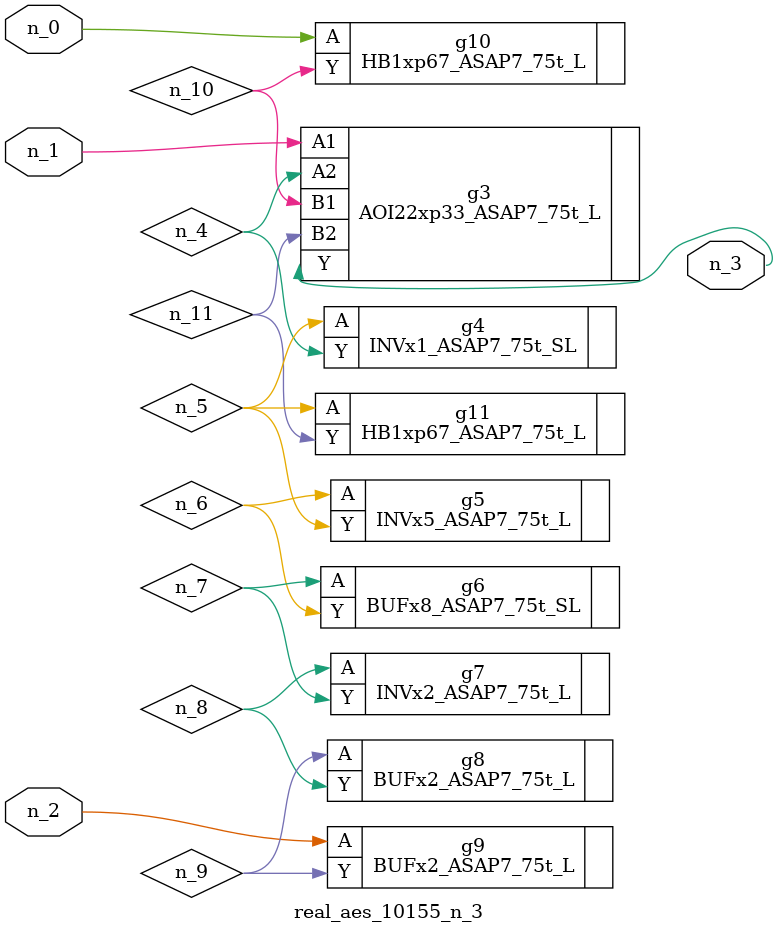
<source format=v>
module real_aes_10155_n_3 (n_0, n_2, n_1, n_3);
input n_0;
input n_2;
input n_1;
output n_3;
wire n_4;
wire n_5;
wire n_7;
wire n_8;
wire n_6;
wire n_9;
wire n_10;
wire n_11;
HB1xp67_ASAP7_75t_L g10 ( .A(n_0), .Y(n_10) );
AOI22xp33_ASAP7_75t_L g3 ( .A1(n_1), .A2(n_4), .B1(n_10), .B2(n_11), .Y(n_3) );
BUFx2_ASAP7_75t_L g9 ( .A(n_2), .Y(n_9) );
INVx1_ASAP7_75t_SL g4 ( .A(n_5), .Y(n_4) );
HB1xp67_ASAP7_75t_L g11 ( .A(n_5), .Y(n_11) );
INVx5_ASAP7_75t_L g5 ( .A(n_6), .Y(n_5) );
BUFx8_ASAP7_75t_SL g6 ( .A(n_7), .Y(n_6) );
INVx2_ASAP7_75t_L g7 ( .A(n_8), .Y(n_7) );
BUFx2_ASAP7_75t_L g8 ( .A(n_9), .Y(n_8) );
endmodule
</source>
